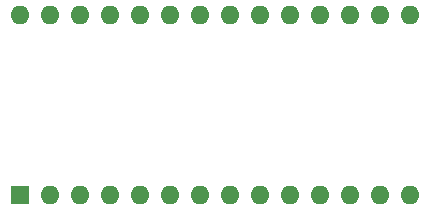
<source format=gbr>
%TF.GenerationSoftware,KiCad,Pcbnew,9.0.6*%
%TF.CreationDate,2026-01-11T12:01:31+09:00*%
%TF.ProjectId,EEPtoMASK_ROM1Mbit,45455074-6f4d-4415-934b-5f524f4d314d,rev?*%
%TF.SameCoordinates,Original*%
%TF.FileFunction,Soldermask,Bot*%
%TF.FilePolarity,Negative*%
%FSLAX46Y46*%
G04 Gerber Fmt 4.6, Leading zero omitted, Abs format (unit mm)*
G04 Created by KiCad (PCBNEW 9.0.6) date 2026-01-11 12:01:31*
%MOMM*%
%LPD*%
G01*
G04 APERTURE LIST*
%ADD10R,1.600000X1.600000*%
%ADD11O,1.600000X1.600000*%
G04 APERTURE END LIST*
D10*
%TO.C,J1*%
X41910000Y-36830000D03*
D11*
X44450000Y-36830000D03*
X46990000Y-36830000D03*
X49530000Y-36830000D03*
X52070000Y-36830000D03*
X54610000Y-36830000D03*
X57150000Y-36830000D03*
X59690000Y-36830000D03*
X62230000Y-36830000D03*
X64770000Y-36830000D03*
X67310000Y-36830000D03*
X69850000Y-36830000D03*
X72390000Y-36830000D03*
X74930000Y-36830000D03*
X74930000Y-21590000D03*
X72390000Y-21590000D03*
X69850000Y-21590000D03*
X67310000Y-21590000D03*
X64770000Y-21590000D03*
X62230000Y-21590000D03*
X59690000Y-21590000D03*
X57150000Y-21590000D03*
X54610000Y-21590000D03*
X52070000Y-21590000D03*
X49530000Y-21590000D03*
X46990000Y-21590000D03*
X44450000Y-21590000D03*
X41910000Y-21590000D03*
%TD*%
M02*

</source>
